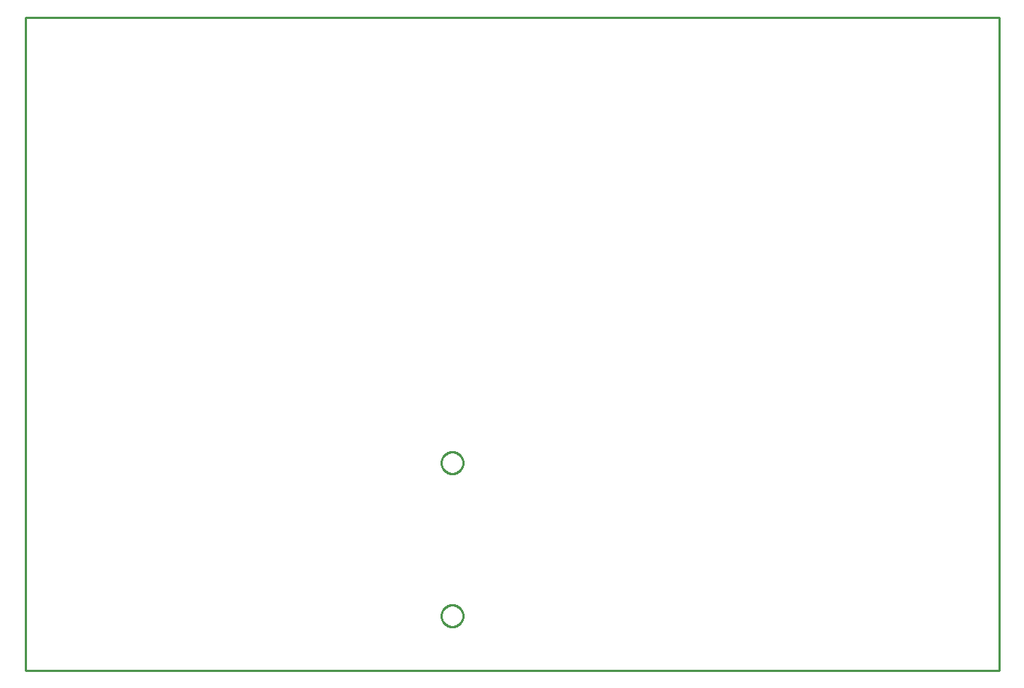
<source format=gbr>
G04 EAGLE Gerber RS-274X export*
G75*
%MOMM*%
%FSLAX34Y34*%
%LPD*%
%IN*%
%IPPOS*%
%AMOC8*
5,1,8,0,0,1.08239X$1,22.5*%
G01*
%ADD10C,0.000000*%
%ADD11C,0.254000*%


D10*
X0Y-38100D02*
X1130100Y-38100D01*
X1130100Y720600D01*
X0Y720600D01*
X0Y-38100D01*
X482600Y203200D02*
X482604Y203512D01*
X482615Y203823D01*
X482634Y204134D01*
X482661Y204445D01*
X482696Y204755D01*
X482737Y205063D01*
X482787Y205371D01*
X482844Y205678D01*
X482909Y205983D01*
X482981Y206286D01*
X483060Y206587D01*
X483147Y206887D01*
X483241Y207184D01*
X483342Y207479D01*
X483451Y207771D01*
X483567Y208060D01*
X483690Y208347D01*
X483819Y208630D01*
X483956Y208910D01*
X484100Y209187D01*
X484250Y209460D01*
X484407Y209729D01*
X484570Y209994D01*
X484740Y210256D01*
X484917Y210513D01*
X485099Y210765D01*
X485288Y211013D01*
X485483Y211257D01*
X485683Y211495D01*
X485890Y211729D01*
X486102Y211957D01*
X486320Y212180D01*
X486543Y212398D01*
X486771Y212610D01*
X487005Y212817D01*
X487243Y213017D01*
X487487Y213212D01*
X487735Y213401D01*
X487987Y213583D01*
X488244Y213760D01*
X488506Y213930D01*
X488771Y214093D01*
X489040Y214250D01*
X489313Y214400D01*
X489590Y214544D01*
X489870Y214681D01*
X490153Y214810D01*
X490440Y214933D01*
X490729Y215049D01*
X491021Y215158D01*
X491316Y215259D01*
X491613Y215353D01*
X491913Y215440D01*
X492214Y215519D01*
X492517Y215591D01*
X492822Y215656D01*
X493129Y215713D01*
X493437Y215763D01*
X493745Y215804D01*
X494055Y215839D01*
X494366Y215866D01*
X494677Y215885D01*
X494988Y215896D01*
X495300Y215900D01*
X495612Y215896D01*
X495923Y215885D01*
X496234Y215866D01*
X496545Y215839D01*
X496855Y215804D01*
X497163Y215763D01*
X497471Y215713D01*
X497778Y215656D01*
X498083Y215591D01*
X498386Y215519D01*
X498687Y215440D01*
X498987Y215353D01*
X499284Y215259D01*
X499579Y215158D01*
X499871Y215049D01*
X500160Y214933D01*
X500447Y214810D01*
X500730Y214681D01*
X501010Y214544D01*
X501287Y214400D01*
X501560Y214250D01*
X501829Y214093D01*
X502094Y213930D01*
X502356Y213760D01*
X502613Y213583D01*
X502865Y213401D01*
X503113Y213212D01*
X503357Y213017D01*
X503595Y212817D01*
X503829Y212610D01*
X504057Y212398D01*
X504280Y212180D01*
X504498Y211957D01*
X504710Y211729D01*
X504917Y211495D01*
X505117Y211257D01*
X505312Y211013D01*
X505501Y210765D01*
X505683Y210513D01*
X505860Y210256D01*
X506030Y209994D01*
X506193Y209729D01*
X506350Y209460D01*
X506500Y209187D01*
X506644Y208910D01*
X506781Y208630D01*
X506910Y208347D01*
X507033Y208060D01*
X507149Y207771D01*
X507258Y207479D01*
X507359Y207184D01*
X507453Y206887D01*
X507540Y206587D01*
X507619Y206286D01*
X507691Y205983D01*
X507756Y205678D01*
X507813Y205371D01*
X507863Y205063D01*
X507904Y204755D01*
X507939Y204445D01*
X507966Y204134D01*
X507985Y203823D01*
X507996Y203512D01*
X508000Y203200D01*
X507996Y202888D01*
X507985Y202577D01*
X507966Y202266D01*
X507939Y201955D01*
X507904Y201645D01*
X507863Y201337D01*
X507813Y201029D01*
X507756Y200722D01*
X507691Y200417D01*
X507619Y200114D01*
X507540Y199813D01*
X507453Y199513D01*
X507359Y199216D01*
X507258Y198921D01*
X507149Y198629D01*
X507033Y198340D01*
X506910Y198053D01*
X506781Y197770D01*
X506644Y197490D01*
X506500Y197213D01*
X506350Y196940D01*
X506193Y196671D01*
X506030Y196406D01*
X505860Y196144D01*
X505683Y195887D01*
X505501Y195635D01*
X505312Y195387D01*
X505117Y195143D01*
X504917Y194905D01*
X504710Y194671D01*
X504498Y194443D01*
X504280Y194220D01*
X504057Y194002D01*
X503829Y193790D01*
X503595Y193583D01*
X503357Y193383D01*
X503113Y193188D01*
X502865Y192999D01*
X502613Y192817D01*
X502356Y192640D01*
X502094Y192470D01*
X501829Y192307D01*
X501560Y192150D01*
X501287Y192000D01*
X501010Y191856D01*
X500730Y191719D01*
X500447Y191590D01*
X500160Y191467D01*
X499871Y191351D01*
X499579Y191242D01*
X499284Y191141D01*
X498987Y191047D01*
X498687Y190960D01*
X498386Y190881D01*
X498083Y190809D01*
X497778Y190744D01*
X497471Y190687D01*
X497163Y190637D01*
X496855Y190596D01*
X496545Y190561D01*
X496234Y190534D01*
X495923Y190515D01*
X495612Y190504D01*
X495300Y190500D01*
X494988Y190504D01*
X494677Y190515D01*
X494366Y190534D01*
X494055Y190561D01*
X493745Y190596D01*
X493437Y190637D01*
X493129Y190687D01*
X492822Y190744D01*
X492517Y190809D01*
X492214Y190881D01*
X491913Y190960D01*
X491613Y191047D01*
X491316Y191141D01*
X491021Y191242D01*
X490729Y191351D01*
X490440Y191467D01*
X490153Y191590D01*
X489870Y191719D01*
X489590Y191856D01*
X489313Y192000D01*
X489040Y192150D01*
X488771Y192307D01*
X488506Y192470D01*
X488244Y192640D01*
X487987Y192817D01*
X487735Y192999D01*
X487487Y193188D01*
X487243Y193383D01*
X487005Y193583D01*
X486771Y193790D01*
X486543Y194002D01*
X486320Y194220D01*
X486102Y194443D01*
X485890Y194671D01*
X485683Y194905D01*
X485483Y195143D01*
X485288Y195387D01*
X485099Y195635D01*
X484917Y195887D01*
X484740Y196144D01*
X484570Y196406D01*
X484407Y196671D01*
X484250Y196940D01*
X484100Y197213D01*
X483956Y197490D01*
X483819Y197770D01*
X483690Y198053D01*
X483567Y198340D01*
X483451Y198629D01*
X483342Y198921D01*
X483241Y199216D01*
X483147Y199513D01*
X483060Y199813D01*
X482981Y200114D01*
X482909Y200417D01*
X482844Y200722D01*
X482787Y201029D01*
X482737Y201337D01*
X482696Y201645D01*
X482661Y201955D01*
X482634Y202266D01*
X482615Y202577D01*
X482604Y202888D01*
X482600Y203200D01*
X482600Y25400D02*
X482604Y25712D01*
X482615Y26023D01*
X482634Y26334D01*
X482661Y26645D01*
X482696Y26955D01*
X482737Y27263D01*
X482787Y27571D01*
X482844Y27878D01*
X482909Y28183D01*
X482981Y28486D01*
X483060Y28787D01*
X483147Y29087D01*
X483241Y29384D01*
X483342Y29679D01*
X483451Y29971D01*
X483567Y30260D01*
X483690Y30547D01*
X483819Y30830D01*
X483956Y31110D01*
X484100Y31387D01*
X484250Y31660D01*
X484407Y31929D01*
X484570Y32194D01*
X484740Y32456D01*
X484917Y32713D01*
X485099Y32965D01*
X485288Y33213D01*
X485483Y33457D01*
X485683Y33695D01*
X485890Y33929D01*
X486102Y34157D01*
X486320Y34380D01*
X486543Y34598D01*
X486771Y34810D01*
X487005Y35017D01*
X487243Y35217D01*
X487487Y35412D01*
X487735Y35601D01*
X487987Y35783D01*
X488244Y35960D01*
X488506Y36130D01*
X488771Y36293D01*
X489040Y36450D01*
X489313Y36600D01*
X489590Y36744D01*
X489870Y36881D01*
X490153Y37010D01*
X490440Y37133D01*
X490729Y37249D01*
X491021Y37358D01*
X491316Y37459D01*
X491613Y37553D01*
X491913Y37640D01*
X492214Y37719D01*
X492517Y37791D01*
X492822Y37856D01*
X493129Y37913D01*
X493437Y37963D01*
X493745Y38004D01*
X494055Y38039D01*
X494366Y38066D01*
X494677Y38085D01*
X494988Y38096D01*
X495300Y38100D01*
X495612Y38096D01*
X495923Y38085D01*
X496234Y38066D01*
X496545Y38039D01*
X496855Y38004D01*
X497163Y37963D01*
X497471Y37913D01*
X497778Y37856D01*
X498083Y37791D01*
X498386Y37719D01*
X498687Y37640D01*
X498987Y37553D01*
X499284Y37459D01*
X499579Y37358D01*
X499871Y37249D01*
X500160Y37133D01*
X500447Y37010D01*
X500730Y36881D01*
X501010Y36744D01*
X501287Y36600D01*
X501560Y36450D01*
X501829Y36293D01*
X502094Y36130D01*
X502356Y35960D01*
X502613Y35783D01*
X502865Y35601D01*
X503113Y35412D01*
X503357Y35217D01*
X503595Y35017D01*
X503829Y34810D01*
X504057Y34598D01*
X504280Y34380D01*
X504498Y34157D01*
X504710Y33929D01*
X504917Y33695D01*
X505117Y33457D01*
X505312Y33213D01*
X505501Y32965D01*
X505683Y32713D01*
X505860Y32456D01*
X506030Y32194D01*
X506193Y31929D01*
X506350Y31660D01*
X506500Y31387D01*
X506644Y31110D01*
X506781Y30830D01*
X506910Y30547D01*
X507033Y30260D01*
X507149Y29971D01*
X507258Y29679D01*
X507359Y29384D01*
X507453Y29087D01*
X507540Y28787D01*
X507619Y28486D01*
X507691Y28183D01*
X507756Y27878D01*
X507813Y27571D01*
X507863Y27263D01*
X507904Y26955D01*
X507939Y26645D01*
X507966Y26334D01*
X507985Y26023D01*
X507996Y25712D01*
X508000Y25400D01*
X507996Y25088D01*
X507985Y24777D01*
X507966Y24466D01*
X507939Y24155D01*
X507904Y23845D01*
X507863Y23537D01*
X507813Y23229D01*
X507756Y22922D01*
X507691Y22617D01*
X507619Y22314D01*
X507540Y22013D01*
X507453Y21713D01*
X507359Y21416D01*
X507258Y21121D01*
X507149Y20829D01*
X507033Y20540D01*
X506910Y20253D01*
X506781Y19970D01*
X506644Y19690D01*
X506500Y19413D01*
X506350Y19140D01*
X506193Y18871D01*
X506030Y18606D01*
X505860Y18344D01*
X505683Y18087D01*
X505501Y17835D01*
X505312Y17587D01*
X505117Y17343D01*
X504917Y17105D01*
X504710Y16871D01*
X504498Y16643D01*
X504280Y16420D01*
X504057Y16202D01*
X503829Y15990D01*
X503595Y15783D01*
X503357Y15583D01*
X503113Y15388D01*
X502865Y15199D01*
X502613Y15017D01*
X502356Y14840D01*
X502094Y14670D01*
X501829Y14507D01*
X501560Y14350D01*
X501287Y14200D01*
X501010Y14056D01*
X500730Y13919D01*
X500447Y13790D01*
X500160Y13667D01*
X499871Y13551D01*
X499579Y13442D01*
X499284Y13341D01*
X498987Y13247D01*
X498687Y13160D01*
X498386Y13081D01*
X498083Y13009D01*
X497778Y12944D01*
X497471Y12887D01*
X497163Y12837D01*
X496855Y12796D01*
X496545Y12761D01*
X496234Y12734D01*
X495923Y12715D01*
X495612Y12704D01*
X495300Y12700D01*
X494988Y12704D01*
X494677Y12715D01*
X494366Y12734D01*
X494055Y12761D01*
X493745Y12796D01*
X493437Y12837D01*
X493129Y12887D01*
X492822Y12944D01*
X492517Y13009D01*
X492214Y13081D01*
X491913Y13160D01*
X491613Y13247D01*
X491316Y13341D01*
X491021Y13442D01*
X490729Y13551D01*
X490440Y13667D01*
X490153Y13790D01*
X489870Y13919D01*
X489590Y14056D01*
X489313Y14200D01*
X489040Y14350D01*
X488771Y14507D01*
X488506Y14670D01*
X488244Y14840D01*
X487987Y15017D01*
X487735Y15199D01*
X487487Y15388D01*
X487243Y15583D01*
X487005Y15783D01*
X486771Y15990D01*
X486543Y16202D01*
X486320Y16420D01*
X486102Y16643D01*
X485890Y16871D01*
X485683Y17105D01*
X485483Y17343D01*
X485288Y17587D01*
X485099Y17835D01*
X484917Y18087D01*
X484740Y18344D01*
X484570Y18606D01*
X484407Y18871D01*
X484250Y19140D01*
X484100Y19413D01*
X483956Y19690D01*
X483819Y19970D01*
X483690Y20253D01*
X483567Y20540D01*
X483451Y20829D01*
X483342Y21121D01*
X483241Y21416D01*
X483147Y21713D01*
X483060Y22013D01*
X482981Y22314D01*
X482909Y22617D01*
X482844Y22922D01*
X482787Y23229D01*
X482737Y23537D01*
X482696Y23845D01*
X482661Y24155D01*
X482634Y24466D01*
X482615Y24777D01*
X482604Y25088D01*
X482600Y25400D01*
D11*
X0Y-38100D02*
X1130100Y-38100D01*
X1130100Y720600D01*
X0Y720600D01*
X0Y-38100D01*
X508000Y202701D02*
X507922Y201706D01*
X507766Y200720D01*
X507533Y199750D01*
X507224Y198801D01*
X506842Y197879D01*
X506389Y196990D01*
X505868Y196139D01*
X505281Y195331D01*
X504633Y194573D01*
X503927Y193867D01*
X503169Y193219D01*
X502361Y192632D01*
X501510Y192111D01*
X500621Y191658D01*
X499699Y191276D01*
X498750Y190967D01*
X497780Y190734D01*
X496794Y190578D01*
X495799Y190500D01*
X494801Y190500D01*
X493806Y190578D01*
X492820Y190734D01*
X491850Y190967D01*
X490901Y191276D01*
X489979Y191658D01*
X489090Y192111D01*
X488239Y192632D01*
X487431Y193219D01*
X486673Y193867D01*
X485967Y194573D01*
X485319Y195331D01*
X484732Y196139D01*
X484211Y196990D01*
X483758Y197879D01*
X483376Y198801D01*
X483067Y199750D01*
X482834Y200720D01*
X482678Y201706D01*
X482600Y202701D01*
X482600Y203699D01*
X482678Y204694D01*
X482834Y205680D01*
X483067Y206650D01*
X483376Y207599D01*
X483758Y208521D01*
X484211Y209410D01*
X484732Y210261D01*
X485319Y211069D01*
X485967Y211827D01*
X486673Y212533D01*
X487431Y213181D01*
X488239Y213768D01*
X489090Y214289D01*
X489979Y214742D01*
X490901Y215124D01*
X491850Y215433D01*
X492820Y215666D01*
X493806Y215822D01*
X494801Y215900D01*
X495799Y215900D01*
X496794Y215822D01*
X497780Y215666D01*
X498750Y215433D01*
X499699Y215124D01*
X500621Y214742D01*
X501510Y214289D01*
X502361Y213768D01*
X503169Y213181D01*
X503927Y212533D01*
X504633Y211827D01*
X505281Y211069D01*
X505868Y210261D01*
X506389Y209410D01*
X506842Y208521D01*
X507224Y207599D01*
X507533Y206650D01*
X507766Y205680D01*
X507922Y204694D01*
X508000Y203699D01*
X508000Y202701D01*
X508000Y24901D02*
X507922Y23906D01*
X507766Y22920D01*
X507533Y21950D01*
X507224Y21001D01*
X506842Y20079D01*
X506389Y19190D01*
X505868Y18339D01*
X505281Y17531D01*
X504633Y16773D01*
X503927Y16067D01*
X503169Y15419D01*
X502361Y14832D01*
X501510Y14311D01*
X500621Y13858D01*
X499699Y13476D01*
X498750Y13167D01*
X497780Y12934D01*
X496794Y12778D01*
X495799Y12700D01*
X494801Y12700D01*
X493806Y12778D01*
X492820Y12934D01*
X491850Y13167D01*
X490901Y13476D01*
X489979Y13858D01*
X489090Y14311D01*
X488239Y14832D01*
X487431Y15419D01*
X486673Y16067D01*
X485967Y16773D01*
X485319Y17531D01*
X484732Y18339D01*
X484211Y19190D01*
X483758Y20079D01*
X483376Y21001D01*
X483067Y21950D01*
X482834Y22920D01*
X482678Y23906D01*
X482600Y24901D01*
X482600Y25899D01*
X482678Y26894D01*
X482834Y27880D01*
X483067Y28850D01*
X483376Y29799D01*
X483758Y30721D01*
X484211Y31610D01*
X484732Y32461D01*
X485319Y33269D01*
X485967Y34027D01*
X486673Y34733D01*
X487431Y35381D01*
X488239Y35968D01*
X489090Y36489D01*
X489979Y36942D01*
X490901Y37324D01*
X491850Y37633D01*
X492820Y37866D01*
X493806Y38022D01*
X494801Y38100D01*
X495799Y38100D01*
X496794Y38022D01*
X497780Y37866D01*
X498750Y37633D01*
X499699Y37324D01*
X500621Y36942D01*
X501510Y36489D01*
X502361Y35968D01*
X503169Y35381D01*
X503927Y34733D01*
X504633Y34027D01*
X505281Y33269D01*
X505868Y32461D01*
X506389Y31610D01*
X506842Y30721D01*
X507224Y29799D01*
X507533Y28850D01*
X507766Y27880D01*
X507922Y26894D01*
X508000Y25899D01*
X508000Y24901D01*
M02*

</source>
